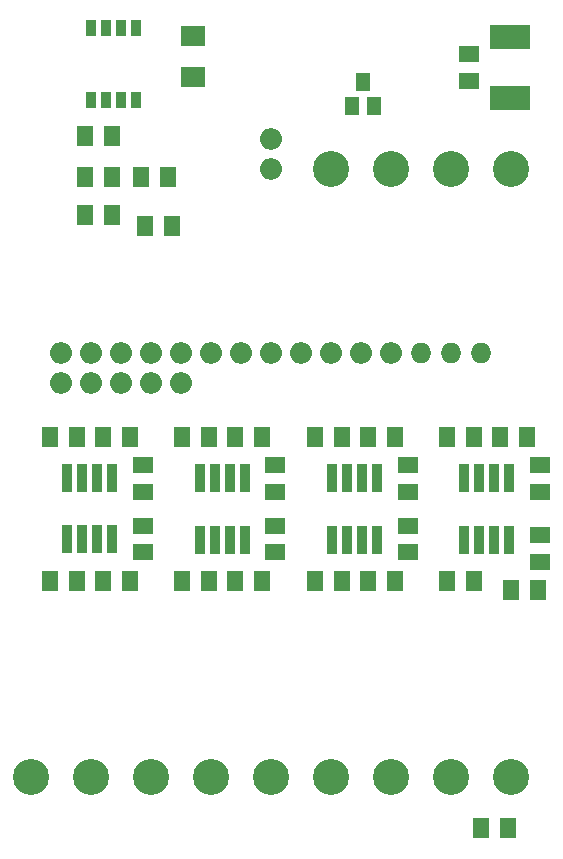
<source format=gbr>
G04 GERBER 5220*
%INB2*%
%LNSOLDER MASK BOTTOM*%
%FSLAX35Y35*%
%IPPOS*%
%LPD*%
%OFA0B0*%
%MOMM*%
%ADD93R,1.75400X1.45400*%
%ADD94R,1.45400X1.75400*%
%ADD98R,1.24460X1.57480*%
%ADD103O,1.85400X1.85400*%
%ADD104O,1.85400X1.85400*%
%ADD114C,3.05400*%
%ADD136R,0.85400X2.45400*%
%ADD178O,1.75514X1.75514*%
%ADD269R,0.81400X1.42400*%
%ADD271R,2.05400X1.65400*%
%ADD282R,3.40400X2.03400*%
X0Y0D02*
D02*
D93*
X1392802Y3682490D03*
Y3909990D03*
Y4194490D03*
Y4421990D03*
X2512802Y3682490D03*
Y3909990D03*
Y4194490D03*
Y4421990D03*
X3632802Y3682490D03*
Y3909990D03*
Y4194490D03*
Y4421990D03*
X4149552Y7673115D03*
Y7900615D03*
X4752802Y3602490D03*
Y3829990D03*
Y4194490D03*
Y4421990D03*
D02*
D94*
X607052Y3444240D03*
Y4660240D03*
X834552Y3444240D03*
Y4660240D03*
X899802Y6538865D03*
Y6858865D03*
Y7210865D03*
X1055052Y3444240D03*
Y4660240D03*
X1127302Y6538865D03*
Y6858865D03*
Y7210865D03*
X1282552Y3444240D03*
Y4660240D03*
X1379802Y6858865D03*
X1411802Y6442865D03*
X1607302Y6858865D03*
X1639302Y6442865D03*
X1727052Y3444240D03*
Y4660240D03*
X1954552Y3444240D03*
Y4660240D03*
X2175052Y3444240D03*
Y4660240D03*
X2402552Y3444240D03*
Y4660240D03*
X2847052Y3444240D03*
Y4660240D03*
X3074552Y3444240D03*
Y4660240D03*
X3295052Y3444240D03*
Y4660240D03*
X3522552Y3444240D03*
Y4660240D03*
X3967052Y3444240D03*
Y4660240D03*
X4194552Y3444240D03*
Y4660240D03*
X4255052Y1348240D03*
X4415052Y4660240D03*
X4482552Y1348240D03*
X4511052Y3364240D03*
X4642552Y4660240D03*
X4738552Y3364240D03*
D02*
D98*
X3158556Y7461341D03*
X3253552Y7664389D03*
X3348548Y7461341D03*
D02*
D103*
X702677Y5118240D03*
Y5372240D03*
X956677Y5118240D03*
Y5372240D03*
X1210677Y5118240D03*
Y5372240D03*
X1464677Y5118240D03*
Y5372240D03*
X1718677D03*
X1972677D03*
X2226677D03*
X2480677D03*
X2734802D03*
X2988802D03*
X3242802D03*
X3496802D03*
D02*
D104*
X1718677Y5118240D03*
X2480677Y6931240D03*
Y7185240D03*
D02*
D114*
X448677Y1779740D03*
X956677D03*
X1464677D03*
X1972677D03*
X2480677D03*
X2988677D03*
Y6931240D03*
X3496677Y1778417D03*
Y6931240D03*
X4004677Y1778417D03*
Y6931240D03*
X4512677Y1778417D03*
Y6931240D03*
D02*
D136*
X752364Y3793933D03*
Y4313921D03*
X879364Y3793933D03*
Y4313921D03*
X1006364Y3793933D03*
Y4313921D03*
X1133364Y3793933D03*
Y4313921D03*
X1874302Y3792246D03*
Y4312234D03*
X2001302Y3792246D03*
Y4312234D03*
X2128302Y3792246D03*
Y4312234D03*
X2255302Y3792246D03*
Y4312234D03*
X2994302Y3792246D03*
Y4312234D03*
X3121302Y3792246D03*
Y4312234D03*
X3248302Y3792246D03*
Y4312234D03*
X3375302Y3792246D03*
Y4312234D03*
X4114302Y3792246D03*
Y4312234D03*
X4241302Y3792246D03*
Y4312234D03*
X4368302Y3792246D03*
Y4312234D03*
X4495302Y3792246D03*
Y4312234D03*
D02*
D178*
X3750802Y5372240D03*
X4004802D03*
X4258802D03*
D02*
D269*
X951052Y7516605D03*
Y8121125D03*
X1078052Y7516605D03*
Y8121125D03*
X1205052Y7516605D03*
Y8121125D03*
X1332052Y7516605D03*
Y8121125D03*
D02*
D271*
X1813552Y7709265D03*
Y8056465D03*
D02*
D282*
X4501304Y7526912D03*
X4501552Y8049795D03*
X0Y0D02*
M02*

</source>
